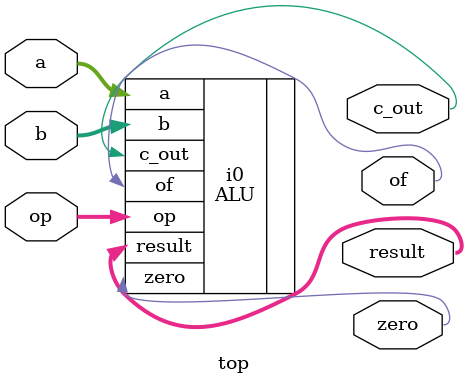
<source format=v>
module top (
    input [3:0] a,
    input [3:0] b,
    input [2:0] op,

    output [3:0] result,
    output zero,
    output c_out,
    output of
);
    
    // ALU i0 (
    //     .a(a),
    //     .b(b),
    //     .op(op),
    //     .result(result),
    //     .zero(zero),
    //     .c_out(c_out),
    //     .of(of)
    // );

    ALU i0 (
        .a(a),
        .b(b),
        .op(op),
        .result(result),
        .zero(zero),
        .c_out(c_out),
        .of(of)
    );


endmodule


</source>
